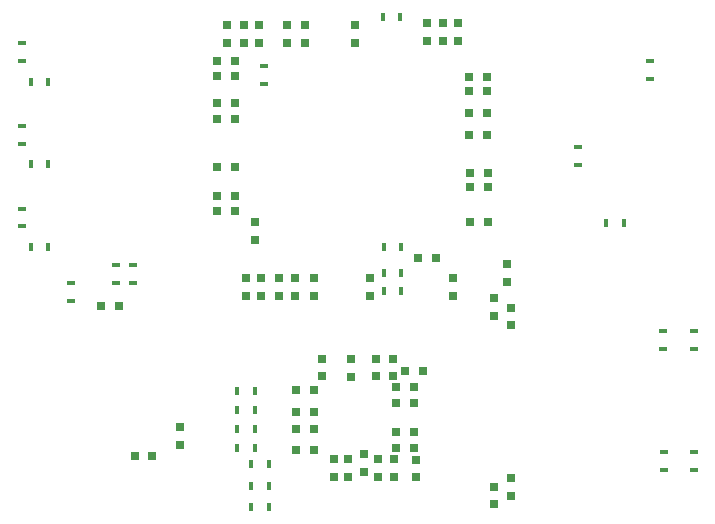
<source format=gbr>
G04 #@! TF.FileFunction,Paste,Bot*
%FSLAX45Y45*%
G04 Gerber Fmt 4.5, Leading zero omitted, Abs format (unit mm)*
G04 Created by KiCad (PCBNEW 4.0.7) date 06/20/18 15:24:46*
%MOMM*%
%LPD*%
G01*
G04 APERTURE LIST*
%ADD10C,0.100000*%
%ADD11R,0.650000X0.700000*%
%ADD12R,0.800000X0.400000*%
%ADD13R,0.700000X0.650000*%
%ADD14R,0.400000X0.800000*%
G04 APERTURE END LIST*
D10*
D11*
X11340000Y-9895000D03*
X11340000Y-9745000D03*
D12*
X12910000Y-8105000D03*
X12910000Y-7955000D03*
X9000000Y-9105000D03*
X9000000Y-8955000D03*
D11*
X10210000Y-7070000D03*
X10210000Y-6920000D03*
D13*
X11370000Y-9990000D03*
X11520000Y-9990000D03*
D12*
X13515000Y-7225000D03*
X13515000Y-7375000D03*
D14*
X13145000Y-8600000D03*
X13295000Y-8600000D03*
D12*
X9140000Y-9105000D03*
X9140000Y-8955000D03*
X8620000Y-9255000D03*
X8620000Y-9105000D03*
D14*
X11255000Y-6850000D03*
X11405000Y-6850000D03*
D12*
X10255000Y-7420000D03*
X10255000Y-7270000D03*
D14*
X10175000Y-10500000D03*
X10025000Y-10500000D03*
X10175000Y-10340000D03*
X10025000Y-10340000D03*
X10175000Y-10180000D03*
X10025000Y-10180000D03*
X10175000Y-10020000D03*
X10025000Y-10020000D03*
D12*
X13890000Y-10535000D03*
X13890000Y-10685000D03*
X13630000Y-9665000D03*
X13630000Y-9515000D03*
D14*
X10145000Y-10640000D03*
X10295000Y-10640000D03*
D12*
X13890000Y-9515000D03*
X13890000Y-9665000D03*
X13640000Y-10535000D03*
X13640000Y-10685000D03*
D14*
X8425000Y-7400000D03*
X8275000Y-7400000D03*
D12*
X8200000Y-7075000D03*
X8200000Y-7225000D03*
D14*
X8425000Y-8800000D03*
X8275000Y-8800000D03*
D12*
X8200000Y-8475000D03*
X8200000Y-8625000D03*
D14*
X8425000Y-8100000D03*
X8275000Y-8100000D03*
D12*
X8200000Y-7775000D03*
X8200000Y-7925000D03*
D13*
X9305000Y-10570000D03*
X9155000Y-10570000D03*
X9025000Y-9300000D03*
X8875000Y-9300000D03*
D11*
X9540000Y-10475000D03*
X9540000Y-10325000D03*
X10960000Y-10595000D03*
X10960000Y-10745000D03*
X11100000Y-10555000D03*
X11100000Y-10705000D03*
X11220000Y-10595000D03*
X11220000Y-10745000D03*
X10740000Y-9895000D03*
X10740000Y-9745000D03*
D13*
X11370000Y-10365000D03*
X11520000Y-10365000D03*
D11*
X11200000Y-9895000D03*
X11200000Y-9745000D03*
D13*
X11445000Y-9850000D03*
X11595000Y-9850000D03*
X10675000Y-10200000D03*
X10525000Y-10200000D03*
X11370000Y-10500000D03*
X11520000Y-10500000D03*
D11*
X10990000Y-9900000D03*
X10990000Y-9750000D03*
X12200000Y-10980000D03*
X12200000Y-10830000D03*
X12340000Y-10910000D03*
X12340000Y-10760000D03*
X12340000Y-9315000D03*
X12340000Y-9465000D03*
X12200000Y-9235000D03*
X12200000Y-9385000D03*
X11540000Y-10750000D03*
X11540000Y-10600000D03*
D13*
X10675000Y-10520000D03*
X10525000Y-10520000D03*
X11370000Y-10120000D03*
X11520000Y-10120000D03*
X10675000Y-10340000D03*
X10525000Y-10340000D03*
D11*
X11350000Y-10595000D03*
X11350000Y-10745000D03*
X10840000Y-10595000D03*
X10840000Y-10745000D03*
D13*
X10675000Y-10010000D03*
X10525000Y-10010000D03*
X10005000Y-7720000D03*
X9855000Y-7720000D03*
D11*
X10510000Y-9065000D03*
X10510000Y-9215000D03*
X11020000Y-7070000D03*
X11020000Y-6920000D03*
X11150000Y-9065000D03*
X11150000Y-9215000D03*
X9935000Y-6920000D03*
X9935000Y-7070000D03*
X10600000Y-7070000D03*
X10600000Y-6920000D03*
D13*
X11985000Y-7360000D03*
X12135000Y-7360000D03*
D11*
X11850000Y-9065000D03*
X11850000Y-9215000D03*
X12310000Y-9095000D03*
X12310000Y-8945000D03*
D13*
X10005000Y-8125000D03*
X9855000Y-8125000D03*
X11990000Y-7850000D03*
X12140000Y-7850000D03*
D11*
X10085000Y-7070000D03*
X10085000Y-6920000D03*
X11890000Y-7055000D03*
X11890000Y-6905000D03*
D13*
X10005000Y-8495000D03*
X9855000Y-8495000D03*
X11995000Y-8290000D03*
X12145000Y-8290000D03*
D11*
X11765000Y-7055000D03*
X11765000Y-6905000D03*
X10095000Y-9065000D03*
X10095000Y-9215000D03*
D13*
X10005000Y-7350000D03*
X9855000Y-7350000D03*
D11*
X10225000Y-9065000D03*
X10225000Y-9215000D03*
X11635000Y-7055000D03*
X11635000Y-6905000D03*
D13*
X11995000Y-8590000D03*
X12145000Y-8590000D03*
D11*
X10445000Y-7070000D03*
X10445000Y-6920000D03*
D13*
X11995000Y-8170000D03*
X12145000Y-8170000D03*
X11705000Y-8890000D03*
X11555000Y-8890000D03*
X10005000Y-7225000D03*
X9855000Y-7225000D03*
X11985000Y-7670000D03*
X12135000Y-7670000D03*
X10005000Y-8370000D03*
X9855000Y-8370000D03*
X11985000Y-7480000D03*
X12135000Y-7480000D03*
D11*
X10675000Y-9065000D03*
X10675000Y-9215000D03*
D13*
X10005000Y-7580000D03*
X9855000Y-7580000D03*
D11*
X10380000Y-9065000D03*
X10380000Y-9215000D03*
X10175000Y-8590000D03*
X10175000Y-8740000D03*
D14*
X11265000Y-9170000D03*
X11415000Y-9170000D03*
X11265000Y-9020000D03*
X11415000Y-9020000D03*
X11415000Y-8800000D03*
X11265000Y-8800000D03*
X10295000Y-10820000D03*
X10145000Y-10820000D03*
X10295000Y-11000000D03*
X10145000Y-11000000D03*
M02*

</source>
